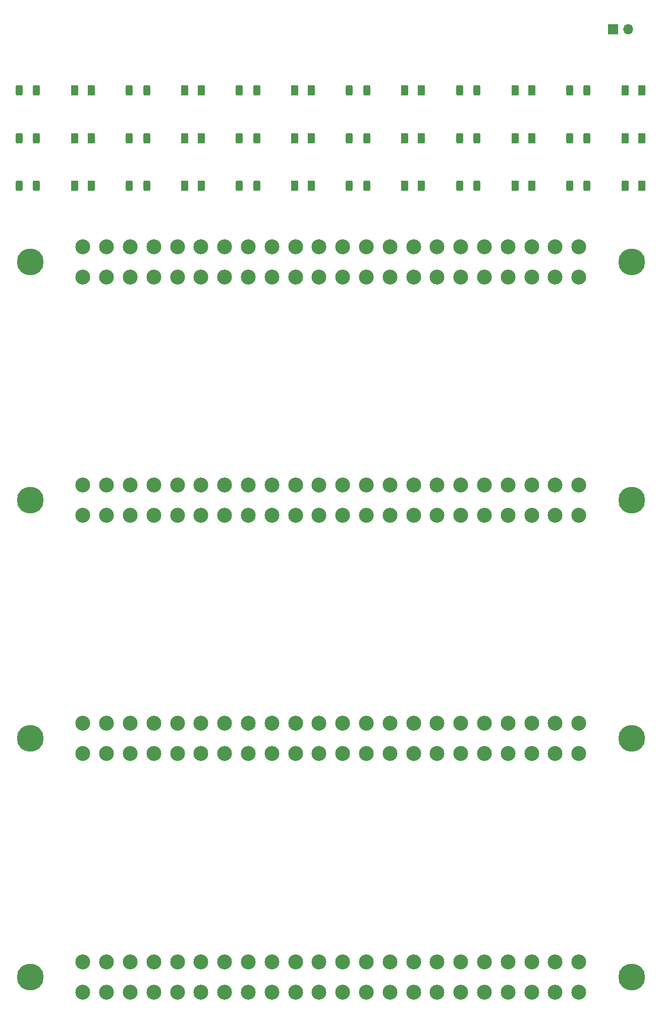
<source format=gbr>
%TF.GenerationSoftware,KiCad,Pcbnew,7.0.10*%
%TF.CreationDate,2024-02-14T12:23:40-06:00*%
%TF.ProjectId,rck,72636b2e-6b69-4636-9164-5f7063625858,rev?*%
%TF.SameCoordinates,PX22c24e4PYbb5f0a8*%
%TF.FileFunction,Soldermask,Top*%
%TF.FilePolarity,Negative*%
%FSLAX46Y46*%
G04 Gerber Fmt 4.6, Leading zero omitted, Abs format (unit mm)*
G04 Created by KiCad (PCBNEW 7.0.10) date 2024-02-14 12:23:40*
%MOMM*%
%LPD*%
G01*
G04 APERTURE LIST*
G04 Aperture macros list*
%AMRoundRect*
0 Rectangle with rounded corners*
0 $1 Rounding radius*
0 $2 $3 $4 $5 $6 $7 $8 $9 X,Y pos of 4 corners*
0 Add a 4 corners polygon primitive as box body*
4,1,4,$2,$3,$4,$5,$6,$7,$8,$9,$2,$3,0*
0 Add four circle primitives for the rounded corners*
1,1,$1+$1,$2,$3*
1,1,$1+$1,$4,$5*
1,1,$1+$1,$6,$7*
1,1,$1+$1,$8,$9*
0 Add four rect primitives between the rounded corners*
20,1,$1+$1,$2,$3,$4,$5,0*
20,1,$1+$1,$4,$5,$6,$7,0*
20,1,$1+$1,$6,$7,$8,$9,0*
20,1,$1+$1,$8,$9,$2,$3,0*%
G04 Aperture macros list end*
%ADD10RoundRect,0.250000X0.312500X0.625000X-0.312500X0.625000X-0.312500X-0.625000X0.312500X-0.625000X0*%
%ADD11R,1.700000X1.700000*%
%ADD12O,1.700000X1.700000*%
%ADD13RoundRect,0.250000X0.375000X0.625000X-0.375000X0.625000X-0.375000X-0.625000X0.375000X-0.625000X0*%
%ADD14C,4.500000*%
%ADD15C,2.500000*%
G04 APERTURE END LIST*
D10*
%TO.C,R18*%
X107961860Y151510000D03*
X105036860Y151510000D03*
%TD*%
%TO.C,R10*%
X71019316Y167512000D03*
X68094316Y167512000D03*
%TD*%
D11*
%TO.C,J5*%
X112360000Y177822000D03*
D12*
X114900000Y177822000D03*
%TD*%
D13*
%TO.C,rD15*%
X98683724Y151560000D03*
X95883724Y151560000D03*
%TD*%
D10*
%TO.C,R7*%
X52548044Y167512000D03*
X49623044Y167512000D03*
%TD*%
D13*
%TO.C,rD4*%
X43269908Y167512000D03*
X40469908Y167512000D03*
%TD*%
D14*
%TO.C,J04*%
X115450000Y18800000D03*
X14550000Y18800000D03*
D15*
X106605000Y21340000D03*
X106605000Y16260000D03*
X102642620Y21340000D03*
X102642620Y16260000D03*
X98680240Y21340000D03*
X98680240Y16260000D03*
X94717860Y21340000D03*
X94717860Y16260000D03*
X90755480Y21340000D03*
X90755480Y16260000D03*
X86793100Y21340000D03*
X86793100Y16260000D03*
X82830720Y21340000D03*
X82830720Y16260000D03*
X78868340Y21340000D03*
X78868340Y16260000D03*
X74905960Y21340000D03*
X74905960Y16260000D03*
X70943580Y21340000D03*
X70943580Y16260000D03*
X66981200Y21340000D03*
X66981200Y16260000D03*
X63018820Y21340000D03*
X63018820Y16260000D03*
X59056440Y21340000D03*
X59056440Y16260000D03*
X55094060Y21340000D03*
X55094060Y16260000D03*
X51131680Y21340000D03*
X51131680Y16260000D03*
X47169300Y21340000D03*
X47169300Y16260000D03*
X43206920Y21340000D03*
X43206920Y16260000D03*
X39244540Y21340000D03*
X39244540Y16260000D03*
X35282160Y21340000D03*
X35282160Y16260000D03*
X31319780Y21340000D03*
X31319780Y16260000D03*
X27357400Y21340000D03*
X27357400Y16260000D03*
X23395000Y21340000D03*
X23395000Y16260000D03*
%TD*%
D13*
%TO.C,rD11*%
X80212452Y159511000D03*
X77412452Y159511000D03*
%TD*%
D10*
%TO.C,R6*%
X34076772Y151510000D03*
X31151772Y151510000D03*
%TD*%
D13*
%TO.C,rD13*%
X98683724Y167512000D03*
X95883724Y167512000D03*
%TD*%
D10*
%TO.C,R5*%
X34076772Y159511000D03*
X31151772Y159511000D03*
%TD*%
%TO.C,R8*%
X52548044Y159511000D03*
X49623044Y159511000D03*
%TD*%
%TO.C,R4*%
X34076772Y167512000D03*
X31151772Y167512000D03*
%TD*%
D13*
%TO.C,rD18*%
X117155000Y151560000D03*
X114355000Y151560000D03*
%TD*%
D10*
%TO.C,R16*%
X107961860Y167512000D03*
X105036860Y167512000D03*
%TD*%
D14*
%TO.C,J02*%
X115450000Y98800000D03*
X14550000Y98800000D03*
D15*
X106605000Y101340000D03*
X106605000Y96260000D03*
X102642620Y101340000D03*
X102642620Y96260000D03*
X98680240Y101340000D03*
X98680240Y96260000D03*
X94717860Y101340000D03*
X94717860Y96260000D03*
X90755480Y101340000D03*
X90755480Y96260000D03*
X86793100Y101340000D03*
X86793100Y96260000D03*
X82830720Y101340000D03*
X82830720Y96260000D03*
X78868340Y101340000D03*
X78868340Y96260000D03*
X74905960Y101340000D03*
X74905960Y96260000D03*
X70943580Y101340000D03*
X70943580Y96260000D03*
X66981200Y101340000D03*
X66981200Y96260000D03*
X63018820Y101340000D03*
X63018820Y96260000D03*
X59056440Y101340000D03*
X59056440Y96260000D03*
X55094060Y101340000D03*
X55094060Y96260000D03*
X51131680Y101340000D03*
X51131680Y96260000D03*
X47169300Y101340000D03*
X47169300Y96260000D03*
X43206920Y101340000D03*
X43206920Y96260000D03*
X39244540Y101340000D03*
X39244540Y96260000D03*
X35282160Y101340000D03*
X35282160Y96260000D03*
X31319780Y101340000D03*
X31319780Y96260000D03*
X27357400Y101340000D03*
X27357400Y96260000D03*
X23395000Y101340000D03*
X23395000Y96260000D03*
%TD*%
D10*
%TO.C,R1*%
X15605500Y167512000D03*
X12680500Y167512000D03*
%TD*%
D13*
%TO.C,rD14*%
X98683724Y159511000D03*
X95883724Y159511000D03*
%TD*%
%TO.C,rD12*%
X80212452Y151560000D03*
X77412452Y151560000D03*
%TD*%
D10*
%TO.C,R9*%
X52548044Y151510000D03*
X49623044Y151510000D03*
%TD*%
%TO.C,R2*%
X15605500Y159511000D03*
X12680500Y159511000D03*
%TD*%
D13*
%TO.C,rD8*%
X61741180Y159511000D03*
X58941180Y159511000D03*
%TD*%
D10*
%TO.C,R17*%
X107961860Y159511000D03*
X105036860Y159511000D03*
%TD*%
D14*
%TO.C,J01*%
X115450000Y138800000D03*
X14550000Y138800000D03*
D15*
X106605000Y141340000D03*
X106605000Y136260000D03*
X102642620Y141340000D03*
X102642620Y136260000D03*
X98680240Y141340000D03*
X98680240Y136260000D03*
X94717860Y141340000D03*
X94717860Y136260000D03*
X90755480Y141340000D03*
X90755480Y136260000D03*
X86793100Y141340000D03*
X86793100Y136260000D03*
X82830720Y141340000D03*
X82830720Y136260000D03*
X78868340Y141340000D03*
X78868340Y136260000D03*
X74905960Y141340000D03*
X74905960Y136260000D03*
X70943580Y141340000D03*
X70943580Y136260000D03*
X66981200Y141340000D03*
X66981200Y136260000D03*
X63018820Y141340000D03*
X63018820Y136260000D03*
X59056440Y141340000D03*
X59056440Y136260000D03*
X55094060Y141340000D03*
X55094060Y136260000D03*
X51131680Y141340000D03*
X51131680Y136260000D03*
X47169300Y141340000D03*
X47169300Y136260000D03*
X43206920Y141340000D03*
X43206920Y136260000D03*
X39244540Y141340000D03*
X39244540Y136260000D03*
X35282160Y141340000D03*
X35282160Y136260000D03*
X31319780Y141340000D03*
X31319780Y136260000D03*
X27357400Y141340000D03*
X27357400Y136260000D03*
X23395000Y141340000D03*
X23395000Y136260000D03*
%TD*%
D13*
%TO.C,rD9*%
X61741180Y151560000D03*
X58941180Y151560000D03*
%TD*%
%TO.C,rD6*%
X43269908Y151560000D03*
X40469908Y151560000D03*
%TD*%
%TO.C,rD5*%
X43269908Y159511000D03*
X40469908Y159511000D03*
%TD*%
%TO.C,rD16*%
X117155000Y167512000D03*
X114355000Y167512000D03*
%TD*%
D10*
%TO.C,R12*%
X71019316Y151510000D03*
X68094316Y151510000D03*
%TD*%
%TO.C,R14*%
X89490588Y159511000D03*
X86565588Y159511000D03*
%TD*%
D13*
%TO.C,rD2*%
X24798636Y159511000D03*
X21998636Y159511000D03*
%TD*%
D10*
%TO.C,R15*%
X89490588Y151510000D03*
X86565588Y151510000D03*
%TD*%
%TO.C,R11*%
X71019316Y159511000D03*
X68094316Y159511000D03*
%TD*%
D13*
%TO.C,rD17*%
X117155000Y159511000D03*
X114355000Y159511000D03*
%TD*%
%TO.C,rD1*%
X24798636Y167512000D03*
X21998636Y167512000D03*
%TD*%
%TO.C,rD10*%
X80212452Y167512000D03*
X77412452Y167512000D03*
%TD*%
D14*
%TO.C,J03*%
X115450000Y58800000D03*
X14550000Y58800000D03*
D15*
X106605000Y61340000D03*
X106605000Y56260000D03*
X102642620Y61340000D03*
X102642620Y56260000D03*
X98680240Y61340000D03*
X98680240Y56260000D03*
X94717860Y61340000D03*
X94717860Y56260000D03*
X90755480Y61340000D03*
X90755480Y56260000D03*
X86793100Y61340000D03*
X86793100Y56260000D03*
X82830720Y61340000D03*
X82830720Y56260000D03*
X78868340Y61340000D03*
X78868340Y56260000D03*
X74905960Y61340000D03*
X74905960Y56260000D03*
X70943580Y61340000D03*
X70943580Y56260000D03*
X66981200Y61340000D03*
X66981200Y56260000D03*
X63018820Y61340000D03*
X63018820Y56260000D03*
X59056440Y61340000D03*
X59056440Y56260000D03*
X55094060Y61340000D03*
X55094060Y56260000D03*
X51131680Y61340000D03*
X51131680Y56260000D03*
X47169300Y61340000D03*
X47169300Y56260000D03*
X43206920Y61340000D03*
X43206920Y56260000D03*
X39244540Y61340000D03*
X39244540Y56260000D03*
X35282160Y61340000D03*
X35282160Y56260000D03*
X31319780Y61340000D03*
X31319780Y56260000D03*
X27357400Y61340000D03*
X27357400Y56260000D03*
X23395000Y61340000D03*
X23395000Y56260000D03*
%TD*%
D10*
%TO.C,R13*%
X89490588Y167512000D03*
X86565588Y167512000D03*
%TD*%
%TO.C,R3*%
X15605500Y151510000D03*
X12680500Y151510000D03*
%TD*%
D13*
%TO.C,rD7*%
X61741180Y167512000D03*
X58941180Y167512000D03*
%TD*%
%TO.C,rD3*%
X24798636Y151560000D03*
X21998636Y151560000D03*
%TD*%
M02*

</source>
